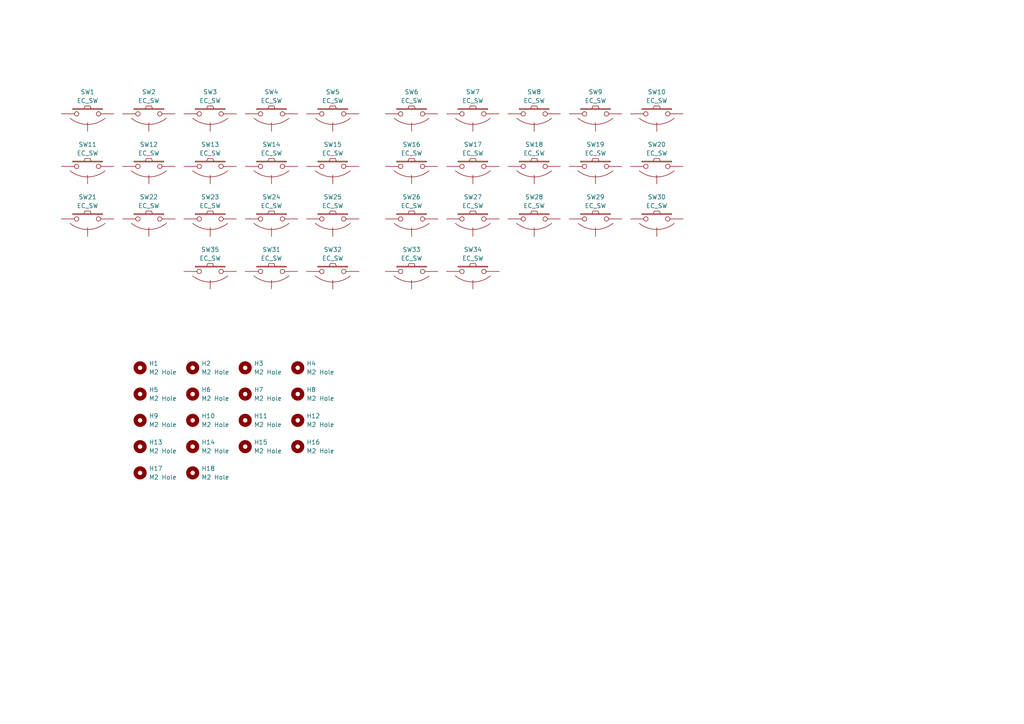
<source format=kicad_sch>
(kicad_sch (version 20230121) (generator eeschema)
  (paper "A4")
  (title_block (title "Le Capybara") (date "2023-07-08") (rev "0.2") (company "sporkus"))
  (lib_symbols
    (symbol "Mechanical:MountingHole" (pin_names (offset 1.016))
      (property "Reference" "H" (at 0 5.08 0))
      (property "Value" "MountingHole" (at 0 3.175 0))
      (symbol "MountingHole_0_1"
        (circle (center 0 0) (radius 1.27) (stroke (width 1.27)))
      )
    )
    (symbol "cipulot_parts:EC_SW" (pin_numbers hide) (pin_names (offset 1.016) hide)
      (property "Reference" "SW" (at 3.81 2.794 0))
      (property "Value" "EC_SW" (at -3.81 3.81 0))
      (symbol "EC_SW_0_1"
        (arc (start -5.08 -1.27) (mid 0 -3.052) (end 5.08 -1.27))
        (rectangle (start -4.318 1.27) (end 4.318 1.524))
        (polyline (pts (xy -1.016 1.524) (xy -0.762 2.286) (xy 0.762 2.286) (xy 1.016 1.524)))
        (pin passive inverted (at -7.62 0 0) (length 5.08) (name "1") (number "1"))
        (pin passive inverted (at 7.62 0 180) (length 5.08) (name "2") (number "2"))
      )
      (symbol "EC_SW_1_1"
        (pin input line (at 0 -5.08 90) (length 2.54) (name "SG") (number "3"))
      )
    )
  )
  (symbol (lib_id "Mechanical:MountingHole") (at 40.64 129.54 0) (unit 1)
    (property "Reference" "H13" (at 43.18 128.27 0) (effects (justify left)))
    (property "Value" "M2 Hole" (at 43.18 130.81 0) (effects (justify left)))
    (property "Footprint" "capacitive_sensors:MountingHole_1.6mm_M2_tapped" (effects hide))
  )
  (symbol (lib_id "Mechanical:MountingHole") (at 40.64 121.92 0) (unit 1)
    (property "Reference" "H9" (at 43.18 120.65 0) (effects (justify left)))
    (property "Value" "M2 Hole" (at 43.18 123.19 0) (effects (justify left)))
    (property "Footprint" "capacitive_sensors:MountingHole_1.6mm_M2_tapped" (effects hide))
  )
  (symbol (lib_id "cipulot_parts:EC_SW") (at 25.4 48.26 0) (mirror y) (unit 1) (in_bom no)
    (property "Reference" "SW11" (at 25.4 41.91 0))
    (property "Value" "EC_SW" (at 25.4 44.45 0))
    (property "Footprint" "capacitive_sensors:plate_cut_1U_topre" (effects hide))
  )
  (symbol (lib_id "Mechanical:MountingHole") (at 55.88 106.68 0) (unit 1)
    (property "Reference" "H2" (at 58.42 105.41 0) (effects (justify left)))
    (property "Value" "M2 Hole" (at 58.42 107.95 0) (effects (justify left)))
    (property "Footprint" "capacitive_sensors:MountingHole_1.6mm_M2_tapped" (effects hide))
  )
  (symbol (lib_id "cipulot_parts:EC_SW") (at 96.52 48.26 0) (mirror y) (unit 1) (in_bom no)
    (property "Reference" "SW15" (at 96.52 41.91 0))
    (property "Value" "EC_SW" (at 96.52 44.45 0))
    (property "Footprint" "capacitive_sensors:plate_cut_1U_topre" (effects hide))
  )
  (symbol (lib_id "cipulot_parts:EC_SW") (at 172.72 63.5 0) (mirror y) (unit 1) (in_bom no)
    (property "Reference" "SW29" (at 172.72 57.15 0))
    (property "Value" "EC_SW" (at 172.72 59.69 0))
    (property "Footprint" "capacitive_sensors:plate_cut_1U_topre" (effects hide))
  )
  (symbol (lib_id "Mechanical:MountingHole") (at 40.64 114.3 0) (unit 1)
    (property "Reference" "H5" (at 43.18 113.03 0) (effects (justify left)))
    (property "Value" "M2 Hole" (at 43.18 115.57 0) (effects (justify left)))
    (property "Footprint" "capacitive_sensors:MountingHole_1.6mm_M2_tapped" (effects hide))
  )
  (symbol (lib_id "Mechanical:MountingHole") (at 71.12 114.3 0) (unit 1)
    (property "Reference" "H7" (at 73.66 113.03 0) (effects (justify left)))
    (property "Value" "M2 Hole" (at 73.66 115.57 0) (effects (justify left)))
    (property "Footprint" "capacitive_sensors:MountingHole_1.6mm_M2_tapped" (effects hide))
  )
  (symbol (lib_id "cipulot_parts:EC_SW") (at 154.94 63.5 0) (mirror y) (unit 1) (in_bom no)
    (property "Reference" "SW28" (at 154.94 57.15 0))
    (property "Value" "EC_SW" (at 154.94 59.69 0))
    (property "Footprint" "capacitive_sensors:plate_cut_1U_topre" (effects hide))
  )
  (symbol (lib_id "cipulot_parts:EC_SW") (at 60.96 63.5 0) (mirror y) (unit 1) (in_bom no)
    (property "Reference" "SW23" (at 60.96 57.15 0))
    (property "Value" "EC_SW" (at 60.96 59.69 0))
    (property "Footprint" "capacitive_sensors:plate_cut_1U_topre" (effects hide))
  )
  (symbol (lib_id "cipulot_parts:EC_SW") (at 119.38 78.74 0) (mirror y) (unit 1) (in_bom no)
    (property "Reference" "SW33" (at 119.38 72.39 0))
    (property "Value" "EC_SW" (at 119.38 74.93 0))
    (property "Footprint" "capacitive_sensors:plate_cut_2U_topre" (effects hide))
  )
  (symbol (lib_id "cipulot_parts:EC_SW") (at 119.38 63.5 0) (mirror y) (unit 1) (in_bom no)
    (property "Reference" "SW26" (at 119.38 57.15 0))
    (property "Value" "EC_SW" (at 119.38 59.69 0))
    (property "Footprint" "capacitive_sensors:plate_cut_1U_topre" (effects hide))
  )
  (symbol (lib_id "cipulot_parts:EC_SW") (at 78.74 78.74 0) (mirror y) (unit 1) (in_bom no)
    (property "Reference" "SW31" (at 78.74 72.39 0))
    (property "Value" "EC_SW" (at 78.74 74.93 0))
    (property "Footprint" "capacitive_sensors:plate_cut_1U_topre" (effects hide))
  )
  (symbol (lib_id "cipulot_parts:EC_SW") (at 60.96 48.26 0) (mirror y) (unit 1) (in_bom no)
    (property "Reference" "SW13" (at 60.96 41.91 0))
    (property "Value" "EC_SW" (at 60.96 44.45 0))
    (property "Footprint" "capacitive_sensors:plate_cut_1U_topre" (effects hide))
  )
  (symbol (lib_id "Mechanical:MountingHole") (at 86.36 129.54 0) (unit 1)
    (property "Reference" "H16" (at 88.9 128.27 0) (effects (justify left)))
    (property "Value" "M2 Hole" (at 88.9 130.81 0) (effects (justify left)))
    (property "Footprint" "capacitive_sensors:MountingHole_1.6mm_M2_tapped" (effects hide))
  )
  (symbol (lib_id "cipulot_parts:EC_SW") (at 43.18 63.5 0) (mirror y) (unit 1) (in_bom no)
    (property "Reference" "SW22" (at 43.18 57.15 0))
    (property "Value" "EC_SW" (at 43.18 59.69 0))
    (property "Footprint" "capacitive_sensors:plate_cut_1U_topre" (effects hide))
  )
  (symbol (lib_id "Mechanical:MountingHole") (at 86.36 106.68 0) (unit 1)
    (property "Reference" "H4" (at 88.9 105.41 0) (effects (justify left)))
    (property "Value" "M2 Hole" (at 88.9 107.95 0) (effects (justify left)))
    (property "Footprint" "capacitive_sensors:MountingHole_1.6mm_M2_tapped" (effects hide))
  )
  (symbol (lib_id "Mechanical:MountingHole") (at 71.12 121.92 0) (unit 1)
    (property "Reference" "H11" (at 73.66 120.65 0) (effects (justify left)))
    (property "Value" "M2 Hole" (at 73.66 123.19 0) (effects (justify left)))
    (property "Footprint" "capacitive_sensors:MountingHole_1.6mm_M2_tapped" (effects hide))
  )
  (symbol (lib_id "Mechanical:MountingHole") (at 55.88 137.16 0) (unit 1)
    (property "Reference" "H18" (at 58.42 135.89 0) (effects (justify left)))
    (property "Value" "M2 Hole" (at 58.42 138.43 0) (effects (justify left)))
    (property "Footprint" "capacitive_sensors:MountingHole_1.6mm_M2_tapped" (effects hide))
  )
  (symbol (lib_id "cipulot_parts:EC_SW") (at 119.38 33.02 0) (mirror y) (unit 1) (in_bom no)
    (property "Reference" "SW6" (at 119.38 26.67 0))
    (property "Value" "EC_SW" (at 119.38 29.21 0))
    (property "Footprint" "capacitive_sensors:plate_cut_1U_topre" (effects hide))
  )
  (symbol (lib_id "Mechanical:MountingHole") (at 86.36 114.3 0) (unit 1)
    (property "Reference" "H8" (at 88.9 113.03 0) (effects (justify left)))
    (property "Value" "M2 Hole" (at 88.9 115.57 0) (effects (justify left)))
    (property "Footprint" "capacitive_sensors:MountingHole_1.6mm_M2_tapped" (effects hide))
  )
  (symbol (lib_id "cipulot_parts:EC_SW") (at 172.72 48.26 0) (mirror y) (unit 1) (in_bom no)
    (property "Reference" "SW19" (at 172.72 41.91 0))
    (property "Value" "EC_SW" (at 172.72 44.45 0))
    (property "Footprint" "capacitive_sensors:plate_cut_1U_topre" (effects hide))
  )
  (symbol (lib_id "cipulot_parts:EC_SW") (at 78.74 63.5 0) (mirror y) (unit 1) (in_bom no)
    (property "Reference" "SW24" (at 78.74 57.15 0))
    (property "Value" "EC_SW" (at 78.74 59.69 0))
    (property "Footprint" "capacitive_sensors:plate_cut_1U_topre" (effects hide))
  )
  (symbol (lib_id "Mechanical:MountingHole") (at 86.36 121.92 0) (unit 1)
    (property "Reference" "H12" (at 88.9 120.65 0) (effects (justify left)))
    (property "Value" "M2 Hole" (at 88.9 123.19 0) (effects (justify left)))
    (property "Footprint" "capacitive_sensors:MountingHole_1.6mm_M2_tapped" (effects hide))
  )
  (symbol (lib_id "cipulot_parts:EC_SW") (at 25.4 33.02 0) (mirror y) (unit 1) (in_bom no)
    (property "Reference" "SW1" (at 25.4 26.67 0))
    (property "Value" "EC_SW" (at 25.4 29.21 0))
    (property "Footprint" "capacitive_sensors:plate_cut_1U_topre" (effects hide))
  )
  (symbol (lib_id "cipulot_parts:EC_SW") (at 190.5 48.26 0) (mirror y) (unit 1) (in_bom no)
    (property "Reference" "SW20" (at 190.5 41.91 0))
    (property "Value" "EC_SW" (at 190.5 44.45 0))
    (property "Footprint" "capacitive_sensors:plate_cut_1U_topre" (effects hide))
  )
  (symbol (lib_id "cipulot_parts:EC_SW") (at 137.16 78.74 0) (mirror y) (unit 1) (in_bom no)
    (property "Reference" "SW34" (at 137.16 72.39 0))
    (property "Value" "EC_SW" (at 137.16 74.93 0))
    (property "Footprint" "capacitive_sensors:plate_cut_1U_topre" (effects hide))
  )
  (symbol (lib_id "cipulot_parts:EC_SW") (at 137.16 48.26 0) (mirror y) (unit 1) (in_bom no)
    (property "Reference" "SW17" (at 137.16 41.91 0))
    (property "Value" "EC_SW" (at 137.16 44.45 0))
    (property "Footprint" "capacitive_sensors:plate_cut_1U_topre" (effects hide))
  )
  (symbol (lib_id "cipulot_parts:EC_SW") (at 78.74 33.02 0) (mirror y) (unit 1) (in_bom no)
    (property "Reference" "SW4" (at 78.74 26.67 0))
    (property "Value" "EC_SW" (at 78.74 29.21 0))
    (property "Footprint" "capacitive_sensors:plate_cut_1U_topre" (effects hide))
  )
  (symbol (lib_id "cipulot_parts:EC_SW") (at 190.5 63.5 0) (mirror y) (unit 1) (in_bom no)
    (property "Reference" "SW30" (at 190.5 57.15 0))
    (property "Value" "EC_SW" (at 190.5 59.69 0))
    (property "Footprint" "capacitive_sensors:plate_cut_1U_topre" (effects hide))
  )
  (symbol (lib_id "Mechanical:MountingHole") (at 71.12 106.68 0) (unit 1)
    (property "Reference" "H3" (at 73.66 105.41 0) (effects (justify left)))
    (property "Value" "M2 Hole" (at 73.66 107.95 0) (effects (justify left)))
    (property "Footprint" "capacitive_sensors:MountingHole_1.6mm_M2_tapped" (effects hide))
  )
  (symbol (lib_id "cipulot_parts:EC_SW") (at 78.74 48.26 0) (mirror y) (unit 1) (in_bom no)
    (property "Reference" "SW14" (at 78.74 41.91 0))
    (property "Value" "EC_SW" (at 78.74 44.45 0))
    (property "Footprint" "capacitive_sensors:plate_cut_1U_topre" (effects hide))
  )
  (symbol (lib_id "cipulot_parts:EC_SW") (at 154.94 33.02 0) (mirror y) (unit 1) (in_bom no)
    (property "Reference" "SW8" (at 154.94 26.67 0))
    (property "Value" "EC_SW" (at 154.94 29.21 0))
    (property "Footprint" "capacitive_sensors:plate_cut_1U_topre" (effects hide))
  )
  (symbol (lib_id "cipulot_parts:EC_SW") (at 96.52 63.5 0) (mirror y) (unit 1) (in_bom no)
    (property "Reference" "SW25" (at 96.52 57.15 0))
    (property "Value" "EC_SW" (at 96.52 59.69 0))
    (property "Footprint" "capacitive_sensors:plate_cut_1U_topre" (effects hide))
  )
  (symbol (lib_id "Mechanical:MountingHole") (at 55.88 121.92 0) (unit 1)
    (property "Reference" "H10" (at 58.42 120.65 0) (effects (justify left)))
    (property "Value" "M2 Hole" (at 58.42 123.19 0) (effects (justify left)))
    (property "Footprint" "capacitive_sensors:MountingHole_1.6mm_M2_tapped" (effects hide))
  )
  (symbol (lib_id "Mechanical:MountingHole") (at 40.64 137.16 0) (unit 1)
    (property "Reference" "H17" (at 43.18 135.89 0) (effects (justify left)))
    (property "Value" "M2 Hole" (at 43.18 138.43 0) (effects (justify left)))
    (property "Footprint" "capacitive_sensors:MountingHole_1.6mm_M2_tapped" (effects hide))
  )
  (symbol (lib_id "cipulot_parts:EC_SW") (at 96.52 78.74 0) (mirror y) (unit 1) (in_bom no)
    (property "Reference" "SW32" (at 96.52 72.39 0))
    (property "Value" "EC_SW" (at 96.52 74.93 0))
    (property "Footprint" "capacitive_sensors:plate_cut_1U_topre" (effects hide))
  )
  (symbol (lib_id "cipulot_parts:EC_SW") (at 96.52 33.02 0) (mirror y) (unit 1) (in_bom no)
    (property "Reference" "SW5" (at 96.52 26.67 0))
    (property "Value" "EC_SW" (at 96.52 29.21 0))
    (property "Footprint" "capacitive_sensors:plate_cut_1U_topre" (effects hide))
  )
  (symbol (lib_id "cipulot_parts:EC_SW") (at 60.96 78.74 0) (mirror y) (unit 1) (in_bom no)
    (property "Reference" "SW35" (at 60.96 72.39 0))
    (property "Value" "EC_SW" (at 60.96 74.93 0))
    (property "Footprint" "capacitive_sensors:plate_cut_1U_topre" (effects hide))
  )
  (symbol (lib_id "Mechanical:MountingHole") (at 40.64 106.68 0) (unit 1)
    (property "Reference" "H1" (at 43.18 105.41 0) (effects (justify left)))
    (property "Value" "M2 Hole" (at 43.18 107.95 0) (effects (justify left)))
    (property "Footprint" "capacitive_sensors:MountingHole_1.6mm_M2_tapped" (effects hide))
  )
  (symbol (lib_id "cipulot_parts:EC_SW") (at 137.16 33.02 0) (mirror y) (unit 1) (in_bom no)
    (property "Reference" "SW7" (at 137.16 26.67 0))
    (property "Value" "EC_SW" (at 137.16 29.21 0))
    (property "Footprint" "capacitive_sensors:plate_cut_1U_topre" (effects hide))
  )
  (symbol (lib_id "cipulot_parts:EC_SW") (at 60.96 33.02 0) (mirror y) (unit 1) (in_bom no)
    (property "Reference" "SW3" (at 60.96 26.67 0))
    (property "Value" "EC_SW" (at 60.96 29.21 0))
    (property "Footprint" "capacitive_sensors:plate_cut_1U_topre" (effects hide))
  )
  (symbol (lib_id "cipulot_parts:EC_SW") (at 43.18 48.26 0) (mirror y) (unit 1) (in_bom no)
    (property "Reference" "SW12" (at 43.18 41.91 0))
    (property "Value" "EC_SW" (at 43.18 44.45 0))
    (property "Footprint" "capacitive_sensors:plate_cut_1U_topre" (effects hide))
  )
  (symbol (lib_id "Mechanical:MountingHole") (at 55.88 129.54 0) (unit 1)
    (property "Reference" "H14" (at 58.42 128.27 0) (effects (justify left)))
    (property "Value" "M2 Hole" (at 58.42 130.81 0) (effects (justify left)))
    (property "Footprint" "capacitive_sensors:MountingHole_1.6mm_M2_tapped" (effects hide))
  )
  (symbol (lib_id "Mechanical:MountingHole") (at 55.88 114.3 0) (unit 1)
    (property "Reference" "H6" (at 58.42 113.03 0) (effects (justify left)))
    (property "Value" "M2 Hole" (at 58.42 115.57 0) (effects (justify left)))
    (property "Footprint" "capacitive_sensors:MountingHole_1.6mm_M2_tapped" (effects hide))
  )
  (symbol (lib_id "cipulot_parts:EC_SW") (at 154.94 48.26 0) (mirror y) (unit 1) (in_bom no)
    (property "Reference" "SW18" (at 154.94 41.91 0))
    (property "Value" "EC_SW" (at 154.94 44.45 0))
    (property "Footprint" "capacitive_sensors:plate_cut_1U_topre" (effects hide))
  )
  (symbol (lib_id "cipulot_parts:EC_SW") (at 119.38 48.26 0) (mirror y) (unit 1) (in_bom no)
    (property "Reference" "SW16" (at 119.38 41.91 0))
    (property "Value" "EC_SW" (at 119.38 44.45 0))
    (property "Footprint" "capacitive_sensors:plate_cut_1U_topre" (effects hide))
  )
  (symbol (lib_id "cipulot_parts:EC_SW") (at 137.16 63.5 0) (mirror y) (unit 1) (in_bom no)
    (property "Reference" "SW27" (at 137.16 57.15 0))
    (property "Value" "EC_SW" (at 137.16 59.69 0))
    (property "Footprint" "capacitive_sensors:plate_cut_1U_topre" (effects hide))
  )
  (symbol (lib_id "cipulot_parts:EC_SW") (at 43.18 33.02 0) (mirror y) (unit 1) (in_bom no)
    (property "Reference" "SW2" (at 43.18 26.67 0))
    (property "Value" "EC_SW" (at 43.18 29.21 0))
    (property "Footprint" "capacitive_sensors:plate_cut_1U_topre" (effects hide))
  )
  (symbol (lib_id "Mechanical:MountingHole") (at 71.12 129.54 0) (unit 1)
    (property "Reference" "H15" (at 73.66 128.27 0) (effects (justify left)))
    (property "Value" "M2 Hole" (at 73.66 130.81 0) (effects (justify left)))
    (property "Footprint" "capacitive_sensors:MountingHole_1.6mm_M2_tapped" (effects hide))
  )
  (symbol (lib_id "cipulot_parts:EC_SW") (at 190.5 33.02 0) (mirror y) (unit 1) (in_bom no)
    (property "Reference" "SW10" (at 190.5 26.67 0))
    (property "Value" "EC_SW" (at 190.5 29.21 0))
    (property "Footprint" "capacitive_sensors:plate_cut_1U_topre" (effects hide))
  )
  (symbol (lib_id "cipulot_parts:EC_SW") (at 25.4 63.5 0) (mirror y) (unit 1) (in_bom no)
    (property "Reference" "SW21" (at 25.4 57.15 0))
    (property "Value" "EC_SW" (at 25.4 59.69 0))
    (property "Footprint" "capacitive_sensors:plate_cut_1U_topre" (effects hide))
  )
  (symbol (lib_id "cipulot_parts:EC_SW") (at 172.72 33.02 0) (mirror y) (unit 1) (in_bom no)
    (property "Reference" "SW9" (at 172.72 26.67 0))
    (property "Value" "EC_SW" (at 172.72 29.21 0))
    (property "Footprint" "capacitive_sensors:plate_cut_1U_topre" (effects hide))
  )
)
</source>
